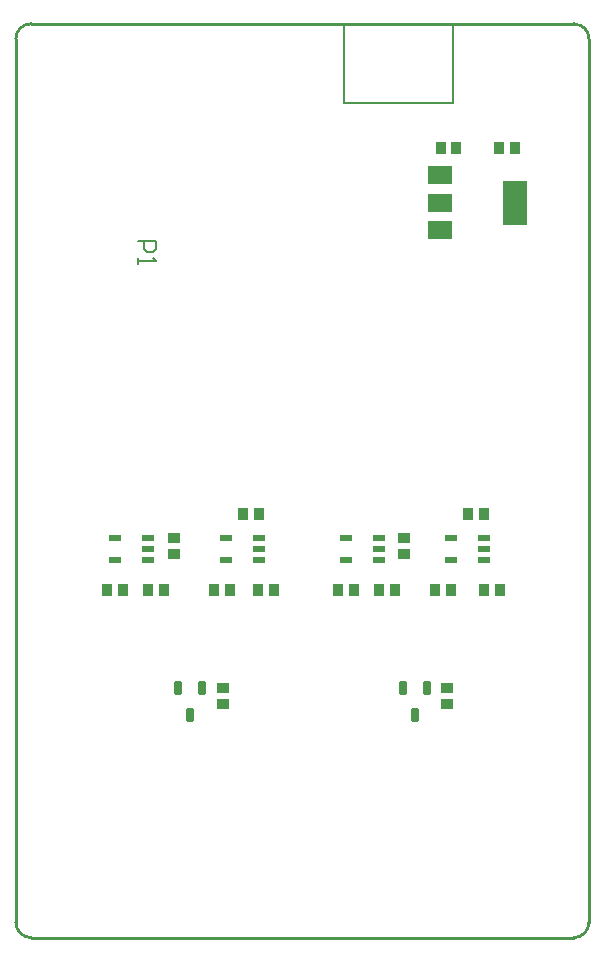
<source format=gbp>
G04*
G04 #@! TF.GenerationSoftware,Altium Limited,Altium Designer,24.2.2 (26)*
G04*
G04 Layer_Color=128*
%FSLAX25Y25*%
%MOIN*%
G70*
G04*
G04 #@! TF.SameCoordinates,3758B99F-9DEC-4DD0-BAA5-DFD1AAF1D411*
G04*
G04*
G04 #@! TF.FilePolarity,Positive*
G04*
G01*
G75*
%ADD13C,0.01000*%
%ADD15C,0.00591*%
%ADD22R,0.03937X0.03543*%
%ADD23R,0.03543X0.03937*%
%ADD51R,0.04331X0.02362*%
G04:AMPARAMS|DCode=52|XSize=45mil|YSize=28mil|CornerRadius=4.2mil|HoleSize=0mil|Usage=FLASHONLY|Rotation=270.000|XOffset=0mil|YOffset=0mil|HoleType=Round|Shape=RoundedRectangle|*
%AMROUNDEDRECTD52*
21,1,0.04500,0.01960,0,0,270.0*
21,1,0.03660,0.02800,0,0,270.0*
1,1,0.00840,-0.00980,-0.01830*
1,1,0.00840,-0.00980,0.01830*
1,1,0.00840,0.00980,0.01830*
1,1,0.00840,0.00980,-0.01830*
%
%ADD52ROUNDEDRECTD52*%
%ADD53R,0.07874X0.05906*%
%ADD54R,0.07874X0.14961*%
D13*
X1087100Y747300D02*
G03*
X1082100Y742300I0J-5000D01*
G01*
X1273100D02*
G03*
X1268100Y747300I-5000J0D01*
G01*
Y442700D02*
G03*
X1273100Y447700I0J5000D01*
G01*
X1082100D02*
G03*
X1087100Y442700I5000J0D01*
G01*
X1082100Y737121D02*
Y742300D01*
X1087100Y747300D02*
X1268100D01*
X1273100Y447841D02*
Y742300D01*
Y447700D02*
Y447841D01*
X1087100Y442700D02*
X1268100D01*
X1082100Y447700D02*
Y737121D01*
D15*
X1191310Y720818D02*
X1227687D01*
X1191310D02*
Y747196D01*
X1227687Y720818D02*
Y747196D01*
X1122861Y675036D02*
X1128765D01*
Y672084D01*
X1127781Y671100D01*
X1125813D01*
X1124829Y672084D01*
Y675036D01*
X1122861Y669132D02*
Y667164D01*
Y668148D01*
X1128765D01*
X1127781Y669132D01*
D22*
X1134727Y570543D02*
D03*
Y575858D02*
D03*
X1211500Y575857D02*
D03*
Y570543D02*
D03*
X1151200Y520643D02*
D03*
Y525957D02*
D03*
X1225900D02*
D03*
Y520643D02*
D03*
D23*
X1243043Y705800D02*
D03*
X1248357D02*
D03*
X1223643D02*
D03*
X1228957D02*
D03*
X1157710Y583993D02*
D03*
X1163025D02*
D03*
X1126243Y558602D02*
D03*
X1131557D02*
D03*
X1148026Y558500D02*
D03*
X1153341D02*
D03*
X1162958Y558630D02*
D03*
X1168273D02*
D03*
X1203042Y558600D02*
D03*
X1208357D02*
D03*
X1227229Y558600D02*
D03*
X1221914D02*
D03*
X1117845Y558602D02*
D03*
X1112530D02*
D03*
X1237978Y583962D02*
D03*
X1232663D02*
D03*
X1194644Y558600D02*
D03*
X1189329D02*
D03*
X1243349D02*
D03*
X1238034D02*
D03*
D51*
X1162998Y575881D02*
D03*
Y572141D02*
D03*
Y568401D02*
D03*
X1151975D02*
D03*
Y575881D02*
D03*
X1115215D02*
D03*
Y568401D02*
D03*
X1126239D02*
D03*
Y572141D02*
D03*
Y575881D02*
D03*
X1191988D02*
D03*
Y568401D02*
D03*
X1203012D02*
D03*
Y572141D02*
D03*
Y575881D02*
D03*
X1226975Y575880D02*
D03*
Y568400D02*
D03*
X1237998D02*
D03*
Y572140D02*
D03*
Y575880D02*
D03*
D52*
X1136101Y525940D02*
D03*
X1144101D02*
D03*
X1140101Y516940D02*
D03*
X1211101Y525940D02*
D03*
X1219101D02*
D03*
X1215101Y516940D02*
D03*
D53*
X1223598Y687700D02*
D03*
Y678645D02*
D03*
Y696755D02*
D03*
D54*
X1248402Y687700D02*
D03*
M02*

</source>
